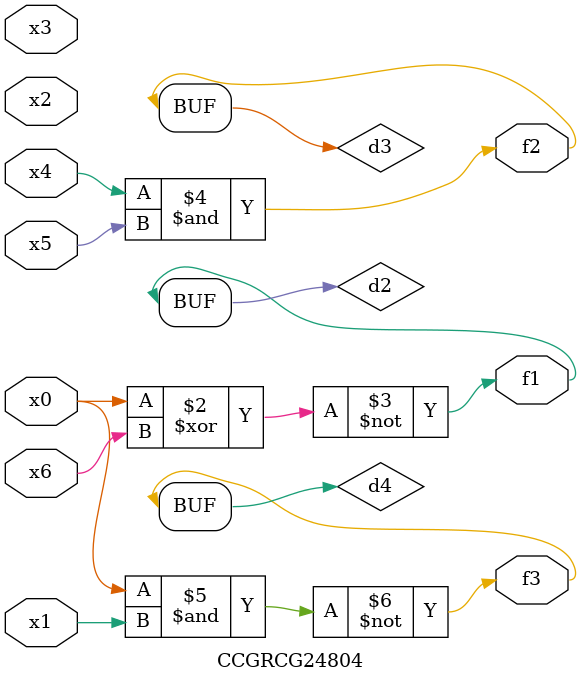
<source format=v>
module CCGRCG24804(
	input x0, x1, x2, x3, x4, x5, x6,
	output f1, f2, f3
);

	wire d1, d2, d3, d4;

	nor (d1, x0);
	xnor (d2, x0, x6);
	and (d3, x4, x5);
	nand (d4, x0, x1);
	assign f1 = d2;
	assign f2 = d3;
	assign f3 = d4;
endmodule

</source>
